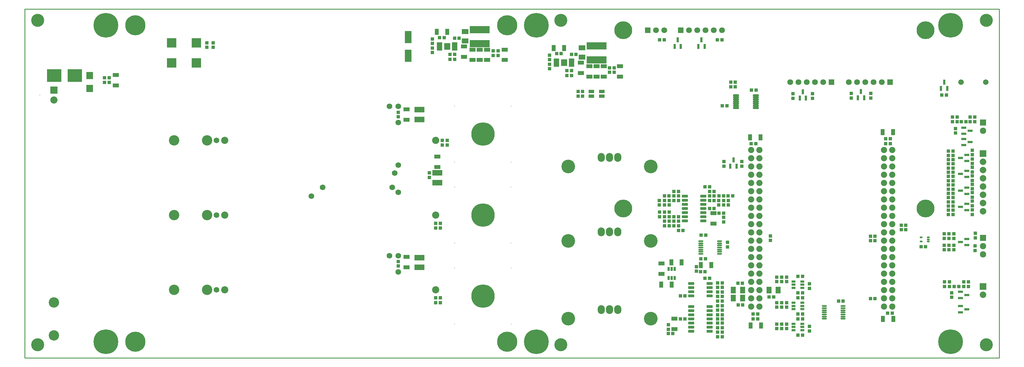
<source format=gts>
G04 Layer_Color=8388736*
%FSLAX43Y43*%
%MOMM*%
G71*
G01*
G75*
%ADD42C,0.254*%
%ADD86R,2.903X2.903*%
%ADD87O,0.950X0.550*%
%ADD88O,1.550X0.500*%
%ADD89R,6.203X2.203*%
%ADD90R,0.803X1.203*%
%ADD91R,1.553X0.803*%
%ADD92R,2.003X1.543*%
%ADD93R,2.003X2.203*%
%ADD94R,1.103X1.003*%
G04:AMPARAMS|DCode=95|XSize=0.653mm|YSize=1.803mm|CornerRadius=0.151mm|HoleSize=0mm|Usage=FLASHONLY|Rotation=90.000|XOffset=0mm|YOffset=0mm|HoleType=Round|Shape=RoundedRectangle|*
%AMROUNDEDRECTD95*
21,1,0.653,1.501,0,0,90.0*
21,1,0.351,1.803,0,0,90.0*
1,1,0.302,0.750,0.175*
1,1,0.302,0.750,-0.175*
1,1,0.302,-0.750,-0.175*
1,1,0.302,-0.750,0.175*
%
%ADD95ROUNDEDRECTD95*%
%ADD96R,4.443X4.013*%
%ADD97R,1.003X1.103*%
%ADD98R,2.003X3.753*%
%ADD99C,4.000*%
G04:AMPARAMS|DCode=100|XSize=0.853mm|YSize=1.853mm|CornerRadius=0.15mm|HoleSize=0mm|Usage=FLASHONLY|Rotation=90.000|XOffset=0mm|YOffset=0mm|HoleType=Round|Shape=RoundedRectangle|*
%AMROUNDEDRECTD100*
21,1,0.853,1.552,0,0,90.0*
21,1,0.552,1.853,0,0,90.0*
1,1,0.301,0.776,0.276*
1,1,0.301,0.776,-0.276*
1,1,0.301,-0.776,-0.276*
1,1,0.301,-0.776,0.276*
%
%ADD100ROUNDEDRECTD100*%
%ADD101R,3.103X1.703*%
%ADD102R,1.203X1.903*%
%ADD103R,1.803X1.003*%
%ADD104R,1.903X1.203*%
G04:AMPARAMS|DCode=105|XSize=0.503mm|YSize=1.753mm|CornerRadius=0.151mm|HoleSize=0mm|Usage=FLASHONLY|Rotation=90.000|XOffset=0mm|YOffset=0mm|HoleType=Round|Shape=RoundedRectangle|*
%AMROUNDEDRECTD105*
21,1,0.503,1.451,0,0,90.0*
21,1,0.201,1.753,0,0,90.0*
1,1,0.302,0.726,0.101*
1,1,0.302,0.726,-0.101*
1,1,0.302,-0.726,-0.101*
1,1,0.302,-0.726,0.101*
%
%ADD105ROUNDEDRECTD105*%
G04:AMPARAMS|DCode=106|XSize=1.933mm|YSize=2.103mm|CornerRadius=0.153mm|HoleSize=0mm|Usage=FLASHONLY|Rotation=0.000|XOffset=0mm|YOffset=0mm|HoleType=Round|Shape=RoundedRectangle|*
%AMROUNDEDRECTD106*
21,1,1.933,1.796,0,0,0.0*
21,1,1.626,2.103,0,0,0.0*
1,1,0.307,0.813,-0.898*
1,1,0.307,-0.813,-0.898*
1,1,0.307,-0.813,0.898*
1,1,0.307,0.813,0.898*
%
%ADD106ROUNDEDRECTD106*%
%ADD107R,1.543X2.003*%
%ADD108R,0.803X1.553*%
%ADD109R,1.203X0.803*%
%ADD110O,2.203X2.703*%
%ADD111C,0.203*%
%ADD112C,7.203*%
%ADD113C,1.727*%
%ADD114C,2.203*%
%ADD115C,3.203*%
%ADD116C,1.803*%
%ADD117R,1.803X1.803*%
%ADD118C,1.703*%
%ADD119C,7.603*%
%ADD120C,6.203*%
%ADD121C,5.503*%
%ADD122C,1.903*%
%ADD123R,1.953X1.953*%
%ADD124C,1.953*%
%ADD125C,4.203*%
%ADD126R,0.203X0.203*%
%ADD127R,2.203X2.203*%
%ADD128C,2.003*%
%ADD129R,2.003X2.003*%
%ADD130C,0.803*%
D42*
X0Y0D02*
X300000D01*
Y107500D01*
X0D02*
X300000D01*
X0Y0D02*
Y107500D01*
D86*
X45190Y97110D02*
D03*
X52810D02*
D03*
Y90890D02*
D03*
X45190D02*
D03*
D87*
X278100Y35850D02*
D03*
Y36500D02*
D03*
X275900Y35850D02*
D03*
Y37150D02*
D03*
X278100D02*
D03*
D88*
X208125Y35950D02*
D03*
Y35300D02*
D03*
Y34650D02*
D03*
Y34000D02*
D03*
Y33350D02*
D03*
Y32700D02*
D03*
Y32050D02*
D03*
X213875Y35950D02*
D03*
Y35300D02*
D03*
Y34650D02*
D03*
Y34000D02*
D03*
Y33350D02*
D03*
Y32700D02*
D03*
Y32050D02*
D03*
X251875Y12050D02*
D03*
Y12700D02*
D03*
Y13350D02*
D03*
Y14000D02*
D03*
Y14650D02*
D03*
Y15300D02*
D03*
Y15950D02*
D03*
X246125Y12050D02*
D03*
Y12700D02*
D03*
Y13350D02*
D03*
Y14000D02*
D03*
Y14650D02*
D03*
Y15300D02*
D03*
Y15950D02*
D03*
D89*
X176000Y96150D02*
D03*
Y91850D02*
D03*
X140000Y101150D02*
D03*
Y96850D02*
D03*
D90*
X198150Y27375D02*
D03*
X199100D02*
D03*
X200050D02*
D03*
Y24625D02*
D03*
X199100D02*
D03*
X198150D02*
D03*
D91*
X288025Y20350D02*
D03*
Y18450D02*
D03*
X289975Y19400D02*
D03*
X288025Y61600D02*
D03*
X289975Y62550D02*
D03*
Y60650D02*
D03*
X288025Y56700D02*
D03*
X289975Y57650D02*
D03*
Y55750D02*
D03*
X288025Y51500D02*
D03*
X289975Y52450D02*
D03*
Y50550D02*
D03*
X288025Y46500D02*
D03*
X289975Y47450D02*
D03*
Y45550D02*
D03*
X289975Y34750D02*
D03*
Y36650D02*
D03*
X288025Y35700D02*
D03*
X289025Y70950D02*
D03*
Y69050D02*
D03*
X290975Y70000D02*
D03*
X289025Y67450D02*
D03*
Y65550D02*
D03*
X290975Y66500D02*
D03*
X288025Y15950D02*
D03*
Y14050D02*
D03*
X289975Y15000D02*
D03*
D92*
X171500Y92670D02*
D03*
Y95530D02*
D03*
X135500Y100530D02*
D03*
Y97670D02*
D03*
D93*
X20000Y87000D02*
D03*
Y83000D02*
D03*
D94*
X241500Y9700D02*
D03*
Y8300D02*
D03*
X291700Y62600D02*
D03*
Y64000D02*
D03*
X229500Y37600D02*
D03*
Y36200D02*
D03*
X233000Y9000D02*
D03*
Y10400D02*
D03*
X231500D02*
D03*
Y9000D02*
D03*
X233000Y15600D02*
D03*
Y17000D02*
D03*
X231500D02*
D03*
Y15600D02*
D03*
X234500Y9000D02*
D03*
Y10400D02*
D03*
Y15600D02*
D03*
Y17000D02*
D03*
X233000Y24900D02*
D03*
Y23500D02*
D03*
X231500D02*
D03*
Y24900D02*
D03*
X286000Y33300D02*
D03*
Y34700D02*
D03*
Y38200D02*
D03*
Y36800D02*
D03*
X216600Y47100D02*
D03*
Y48500D02*
D03*
X195400Y44900D02*
D03*
Y43500D02*
D03*
X254400Y81500D02*
D03*
Y80100D02*
D03*
X260400Y81500D02*
D03*
Y80100D02*
D03*
X125500Y98300D02*
D03*
Y96900D02*
D03*
X161500Y93300D02*
D03*
Y91900D02*
D03*
X128500Y65600D02*
D03*
Y67000D02*
D03*
X215100Y48500D02*
D03*
Y47100D02*
D03*
X196900Y48500D02*
D03*
Y47100D02*
D03*
X195300D02*
D03*
Y48500D02*
D03*
X196900Y43500D02*
D03*
Y44900D02*
D03*
Y40700D02*
D03*
Y42100D02*
D03*
X206700Y28100D02*
D03*
Y26700D02*
D03*
X125500Y95500D02*
D03*
Y94100D02*
D03*
X144200Y94600D02*
D03*
Y93200D02*
D03*
X161500Y89100D02*
D03*
Y90500D02*
D03*
X180000Y88000D02*
D03*
Y89400D02*
D03*
X58000Y95700D02*
D03*
Y97100D02*
D03*
X26000Y84900D02*
D03*
Y86300D02*
D03*
X220730Y60470D02*
D03*
Y59070D02*
D03*
X215230Y60470D02*
D03*
Y59070D02*
D03*
X215100Y41900D02*
D03*
Y43300D02*
D03*
X115000Y75700D02*
D03*
Y74300D02*
D03*
X213600Y48500D02*
D03*
Y47100D02*
D03*
X124500Y55600D02*
D03*
Y57000D02*
D03*
X198400Y48500D02*
D03*
Y47100D02*
D03*
X115000Y29700D02*
D03*
Y28300D02*
D03*
X198400Y43500D02*
D03*
Y44900D02*
D03*
Y40700D02*
D03*
Y42100D02*
D03*
X198100Y10200D02*
D03*
Y8800D02*
D03*
X291000Y72800D02*
D03*
Y74200D02*
D03*
X285600Y72800D02*
D03*
Y74200D02*
D03*
X284500Y38200D02*
D03*
Y36800D02*
D03*
Y33300D02*
D03*
Y34700D02*
D03*
X283000Y38200D02*
D03*
Y36800D02*
D03*
Y34700D02*
D03*
Y33300D02*
D03*
X286500Y70700D02*
D03*
Y69300D02*
D03*
X216300Y35600D02*
D03*
Y34200D02*
D03*
X236500Y80000D02*
D03*
Y81400D02*
D03*
X285296Y20044D02*
D03*
Y18644D02*
D03*
X234500Y23500D02*
D03*
Y24900D02*
D03*
X130000Y67000D02*
D03*
Y65600D02*
D03*
X24500Y86300D02*
D03*
Y84900D02*
D03*
X56000Y97100D02*
D03*
Y95700D02*
D03*
X181400Y89400D02*
D03*
Y88000D02*
D03*
X145700Y94600D02*
D03*
Y93200D02*
D03*
X287000Y72800D02*
D03*
Y74200D02*
D03*
X292400Y72800D02*
D03*
Y74200D02*
D03*
X292600Y37000D02*
D03*
Y38400D02*
D03*
X292500Y34500D02*
D03*
Y33100D02*
D03*
X283100Y22000D02*
D03*
Y23400D02*
D03*
X284600Y22000D02*
D03*
Y23400D02*
D03*
X289000Y22000D02*
D03*
Y23400D02*
D03*
X290500Y22000D02*
D03*
Y23400D02*
D03*
X291700Y45600D02*
D03*
Y44200D02*
D03*
Y46900D02*
D03*
Y48300D02*
D03*
Y50900D02*
D03*
Y49500D02*
D03*
Y52100D02*
D03*
Y53500D02*
D03*
Y56100D02*
D03*
Y54700D02*
D03*
Y57300D02*
D03*
Y58700D02*
D03*
Y61300D02*
D03*
Y59900D02*
D03*
X242500Y80000D02*
D03*
Y81400D02*
D03*
X241500Y22800D02*
D03*
Y21400D02*
D03*
D95*
X225050Y77050D02*
D03*
Y77700D02*
D03*
Y78350D02*
D03*
Y79000D02*
D03*
Y79650D02*
D03*
Y80300D02*
D03*
Y80950D02*
D03*
X218950Y77050D02*
D03*
Y77700D02*
D03*
Y78350D02*
D03*
Y79000D02*
D03*
Y79650D02*
D03*
Y80300D02*
D03*
Y80950D02*
D03*
D96*
X9015Y87000D02*
D03*
X15385D02*
D03*
D97*
X286100Y22000D02*
D03*
X287500D02*
D03*
X238000Y7000D02*
D03*
X239400D02*
D03*
X238000Y13500D02*
D03*
X239400D02*
D03*
X238000Y20000D02*
D03*
X239400D02*
D03*
X260300Y36100D02*
D03*
X261700D02*
D03*
X271200Y39500D02*
D03*
X269800D02*
D03*
X261700Y37500D02*
D03*
X260300D02*
D03*
X269800Y40900D02*
D03*
X271200D02*
D03*
X218700Y85000D02*
D03*
X217300D02*
D03*
X218700Y83500D02*
D03*
X217300D02*
D03*
X216100Y77700D02*
D03*
X214700D02*
D03*
X170300Y80700D02*
D03*
X171700D02*
D03*
X170300Y82100D02*
D03*
X171700D02*
D03*
X250500Y17500D02*
D03*
X251900D02*
D03*
X238000Y18500D02*
D03*
X239400D02*
D03*
X210800Y52700D02*
D03*
X209400D02*
D03*
X201200Y39300D02*
D03*
X202600D02*
D03*
X209400Y24500D02*
D03*
X210800D02*
D03*
X285700Y52000D02*
D03*
X284300D02*
D03*
X285700Y50700D02*
D03*
X284300D02*
D03*
X285700Y46800D02*
D03*
X284300D02*
D03*
X285700Y45500D02*
D03*
X284300D02*
D03*
X130900Y93500D02*
D03*
X132300D02*
D03*
Y92000D02*
D03*
X130900D02*
D03*
X166900Y88500D02*
D03*
X168300D02*
D03*
Y87000D02*
D03*
X166900D02*
D03*
X212200Y48500D02*
D03*
X210800D02*
D03*
Y49900D02*
D03*
X212200D02*
D03*
X217900D02*
D03*
X216500D02*
D03*
X127900Y41500D02*
D03*
X126500D02*
D03*
X199800Y48500D02*
D03*
X201200D02*
D03*
Y49900D02*
D03*
X199800D02*
D03*
X127900Y18500D02*
D03*
X126500D02*
D03*
X199800Y43500D02*
D03*
X201200D02*
D03*
Y42100D02*
D03*
X199800D02*
D03*
X214700Y9300D02*
D03*
X213300D02*
D03*
X213300Y6500D02*
D03*
X214700D02*
D03*
X214700Y20300D02*
D03*
X213300D02*
D03*
Y23100D02*
D03*
X214700D02*
D03*
X214700Y14700D02*
D03*
X213300D02*
D03*
Y17500D02*
D03*
X214700D02*
D03*
X213700Y44600D02*
D03*
X215100D02*
D03*
X199500Y7500D02*
D03*
X198100D02*
D03*
X223700Y82500D02*
D03*
X225100D02*
D03*
X196800Y98000D02*
D03*
X195400D02*
D03*
X127700Y98700D02*
D03*
X129100D02*
D03*
X133700Y98500D02*
D03*
X132300D02*
D03*
X165100Y93800D02*
D03*
X163700D02*
D03*
X169700Y93500D02*
D03*
X168300D02*
D03*
X238000Y25100D02*
D03*
X239400D02*
D03*
X266400Y67500D02*
D03*
X265000D02*
D03*
X224200Y12000D02*
D03*
X225600D02*
D03*
X212200Y46000D02*
D03*
X210800D02*
D03*
X209500Y30500D02*
D03*
X208100D02*
D03*
X209400Y26600D02*
D03*
X208000D02*
D03*
X213700Y49900D02*
D03*
X215100D02*
D03*
X198300D02*
D03*
X196900D02*
D03*
X209600Y37800D02*
D03*
X208200D02*
D03*
X201800Y12000D02*
D03*
X203200D02*
D03*
X214700Y10700D02*
D03*
X213300D02*
D03*
Y7900D02*
D03*
X214700D02*
D03*
X214700Y18900D02*
D03*
X213300D02*
D03*
Y21700D02*
D03*
X214700D02*
D03*
X214700Y13300D02*
D03*
X213300D02*
D03*
Y16100D02*
D03*
X214700D02*
D03*
X284300Y55900D02*
D03*
X285700D02*
D03*
X284300Y57200D02*
D03*
X285700D02*
D03*
X284300Y61100D02*
D03*
X285700D02*
D03*
X284300Y62400D02*
D03*
X285700D02*
D03*
Y63700D02*
D03*
X284300D02*
D03*
X285700Y59800D02*
D03*
X284300D02*
D03*
X285700Y58500D02*
D03*
X284300D02*
D03*
X285700Y54600D02*
D03*
X284300D02*
D03*
X285700Y53300D02*
D03*
X284300D02*
D03*
X285700Y49400D02*
D03*
X284300D02*
D03*
X285700Y48100D02*
D03*
X284300D02*
D03*
X285700Y44200D02*
D03*
X284300D02*
D03*
X289700Y72800D02*
D03*
X288300D02*
D03*
X229100Y18800D02*
D03*
X230500D02*
D03*
X220900Y23000D02*
D03*
X219500D02*
D03*
X221000Y16300D02*
D03*
X219600D02*
D03*
X260300Y18300D02*
D03*
X261700D02*
D03*
X214600Y98000D02*
D03*
X213200D02*
D03*
X239400Y12000D02*
D03*
X238000D02*
D03*
X203200Y19100D02*
D03*
X201800D02*
D03*
X213300Y12000D02*
D03*
X214700D02*
D03*
X199800Y40700D02*
D03*
X201200D02*
D03*
X126500Y17000D02*
D03*
X127900D02*
D03*
X199800Y51300D02*
D03*
X201200D02*
D03*
X126500Y40000D02*
D03*
X127900D02*
D03*
X212200Y51300D02*
D03*
X210800D02*
D03*
X225600Y13500D02*
D03*
X224200D02*
D03*
X265000Y66000D02*
D03*
X266400D02*
D03*
X223600D02*
D03*
X225000D02*
D03*
X267000Y13800D02*
D03*
X265600D02*
D03*
X275900Y34300D02*
D03*
X277300D02*
D03*
X282300Y81000D02*
D03*
X283700D02*
D03*
D98*
X118000Y98875D02*
D03*
Y93125D02*
D03*
D99*
X4000Y4000D02*
D03*
X296000D02*
D03*
Y104000D02*
D03*
X4000D02*
D03*
X165000Y4000D02*
D03*
Y104000D02*
D03*
D100*
X205175Y15810D02*
D03*
Y14540D02*
D03*
Y13270D02*
D03*
Y12000D02*
D03*
Y10730D02*
D03*
Y9460D02*
D03*
Y8190D02*
D03*
X210825Y15810D02*
D03*
Y14540D02*
D03*
Y13270D02*
D03*
Y12000D02*
D03*
Y10730D02*
D03*
Y9460D02*
D03*
Y8190D02*
D03*
X205175Y22905D02*
D03*
Y21635D02*
D03*
Y20365D02*
D03*
Y19095D02*
D03*
X210825Y22905D02*
D03*
Y21635D02*
D03*
Y20365D02*
D03*
Y19095D02*
D03*
X208825Y42190D02*
D03*
Y43460D02*
D03*
Y44730D02*
D03*
Y46000D02*
D03*
Y47270D02*
D03*
Y48540D02*
D03*
Y49810D02*
D03*
X203175Y42190D02*
D03*
Y43460D02*
D03*
Y44730D02*
D03*
Y46000D02*
D03*
Y47270D02*
D03*
Y48540D02*
D03*
Y49810D02*
D03*
D101*
X121500Y73500D02*
D03*
Y76500D02*
D03*
Y27900D02*
D03*
Y30900D02*
D03*
X127000Y54000D02*
D03*
Y57000D02*
D03*
D102*
X195900Y22600D02*
D03*
X199100D02*
D03*
X126800Y100500D02*
D03*
X130000D02*
D03*
X162800Y95500D02*
D03*
X166000D02*
D03*
X223230Y67970D02*
D03*
X226430D02*
D03*
X267330Y11970D02*
D03*
X264130D02*
D03*
X264100Y69600D02*
D03*
X267300D02*
D03*
X226600Y10000D02*
D03*
X223400D02*
D03*
X208100Y28600D02*
D03*
X211300D02*
D03*
X202200Y29400D02*
D03*
X199000D02*
D03*
D103*
X177600Y82100D02*
D03*
X174400D02*
D03*
X177600Y80700D02*
D03*
X174400D02*
D03*
D104*
X171200Y91000D02*
D03*
Y87800D02*
D03*
X147700Y95000D02*
D03*
Y91800D02*
D03*
X142300Y95000D02*
D03*
Y91800D02*
D03*
X183200Y86700D02*
D03*
Y89900D02*
D03*
X135200Y96000D02*
D03*
Y92800D02*
D03*
X140000Y95000D02*
D03*
Y91800D02*
D03*
X137800Y95000D02*
D03*
Y91800D02*
D03*
X178200Y89900D02*
D03*
Y86700D02*
D03*
X176000Y89900D02*
D03*
Y86700D02*
D03*
X173800Y89900D02*
D03*
Y86700D02*
D03*
X28000Y87200D02*
D03*
Y84000D02*
D03*
X212000Y44600D02*
D03*
Y41400D02*
D03*
X117500Y73400D02*
D03*
Y76600D02*
D03*
X127000Y58800D02*
D03*
Y62000D02*
D03*
X117500Y27900D02*
D03*
Y31100D02*
D03*
X200000Y8900D02*
D03*
Y12100D02*
D03*
X196000Y25900D02*
D03*
Y29100D02*
D03*
D105*
X168325Y92000D02*
D03*
X163675D02*
D03*
Y91500D02*
D03*
Y91000D02*
D03*
Y90500D02*
D03*
Y90000D02*
D03*
X168325Y91500D02*
D03*
Y91000D02*
D03*
Y90500D02*
D03*
Y90000D02*
D03*
X132325Y95000D02*
D03*
Y95500D02*
D03*
Y96000D02*
D03*
Y96500D02*
D03*
X127675Y95000D02*
D03*
Y95500D02*
D03*
Y96000D02*
D03*
Y96500D02*
D03*
Y97000D02*
D03*
X132325D02*
D03*
D106*
X166000Y91000D02*
D03*
X130000Y96000D02*
D03*
D107*
X218070Y18400D02*
D03*
X220930D02*
D03*
Y20900D02*
D03*
X218070D02*
D03*
X231930D02*
D03*
X229070D02*
D03*
D108*
X218130Y61045D02*
D03*
X219080Y59095D02*
D03*
X217180D02*
D03*
X208300Y97975D02*
D03*
X209250Y96025D02*
D03*
X207350D02*
D03*
X201000Y97975D02*
D03*
X201950Y96025D02*
D03*
X200050D02*
D03*
X257400Y82075D02*
D03*
X258350Y80125D02*
D03*
X256450D02*
D03*
X282050Y83025D02*
D03*
X283950D02*
D03*
X283000Y84975D02*
D03*
X238550Y80025D02*
D03*
X240450D02*
D03*
X239500Y81975D02*
D03*
D109*
X236626Y23500D02*
D03*
Y22550D02*
D03*
Y21600D02*
D03*
X239376D02*
D03*
Y22550D02*
D03*
Y23500D02*
D03*
X236625Y16950D02*
D03*
Y16000D02*
D03*
Y15050D02*
D03*
X239375D02*
D03*
Y16000D02*
D03*
Y16950D02*
D03*
X236625Y10450D02*
D03*
Y9500D02*
D03*
Y8550D02*
D03*
X239375D02*
D03*
Y9500D02*
D03*
Y10450D02*
D03*
D110*
X182550Y14900D02*
D03*
X180000D02*
D03*
X177450D02*
D03*
X182550Y61800D02*
D03*
X180000D02*
D03*
X177450D02*
D03*
Y38800D02*
D03*
X180000D02*
D03*
X182550D02*
D03*
D111*
X132350Y52650D02*
D03*
X149650Y35350D02*
D03*
Y52650D02*
D03*
X132350Y35350D02*
D03*
Y10350D02*
D03*
X149650Y27650D02*
D03*
Y10350D02*
D03*
X132350Y27650D02*
D03*
Y60350D02*
D03*
X149650Y77650D02*
D03*
Y60350D02*
D03*
X132350Y77650D02*
D03*
D112*
X141000Y44000D02*
D03*
Y19000D02*
D03*
Y69000D02*
D03*
D113*
X112250Y31500D02*
D03*
X115000Y26500D02*
D03*
Y31500D02*
D03*
X59000Y21000D02*
D03*
X91680Y52570D02*
D03*
X115000Y59380D02*
D03*
X113120Y52570D02*
D03*
X113880Y56970D02*
D03*
X115000Y51000D02*
D03*
X88200Y49800D02*
D03*
X59000Y44000D02*
D03*
X59000Y67000D02*
D03*
X115000Y77500D02*
D03*
Y72500D02*
D03*
X112250Y77500D02*
D03*
D114*
X61500Y21000D02*
D03*
X126500D02*
D03*
X9000Y79500D02*
D03*
X61500Y67000D02*
D03*
X126500D02*
D03*
X61500Y44000D02*
D03*
X126500D02*
D03*
D115*
X45920Y21000D02*
D03*
X56080D02*
D03*
X9000Y6920D02*
D03*
Y17080D02*
D03*
X45920Y67000D02*
D03*
X56080D02*
D03*
X45920Y44000D02*
D03*
X56080D02*
D03*
D116*
X212070Y101000D02*
D03*
X206990D02*
D03*
X204450D02*
D03*
X209530D02*
D03*
X214610D02*
D03*
X194290D02*
D03*
X196830D02*
D03*
X238190Y85000D02*
D03*
X243270D02*
D03*
X245810D02*
D03*
X240730D02*
D03*
X235650D02*
D03*
X253650D02*
D03*
X258730D02*
D03*
X263810D02*
D03*
X261270D02*
D03*
X256190D02*
D03*
D117*
X201910Y101000D02*
D03*
X191750D02*
D03*
X248350Y85000D02*
D03*
X266350D02*
D03*
D118*
X288200D02*
D03*
X295800D02*
D03*
D119*
X25000Y5000D02*
D03*
Y102500D02*
D03*
X157500D02*
D03*
X285000D02*
D03*
Y5000D02*
D03*
X157500Y5000D02*
D03*
D120*
X148500D02*
D03*
X34000Y102500D02*
D03*
X148500D02*
D03*
X34000Y5000D02*
D03*
D121*
X184250Y46000D02*
D03*
Y101000D02*
D03*
X277250D02*
D03*
X277250Y46000D02*
D03*
D122*
X223560Y64100D02*
D03*
Y61560D02*
D03*
Y59020D02*
D03*
Y56480D02*
D03*
Y53940D02*
D03*
Y51400D02*
D03*
Y48860D02*
D03*
Y46320D02*
D03*
Y43780D02*
D03*
Y41240D02*
D03*
Y38700D02*
D03*
Y36160D02*
D03*
Y33620D02*
D03*
Y31080D02*
D03*
Y28540D02*
D03*
Y26000D02*
D03*
Y23460D02*
D03*
Y20920D02*
D03*
Y18380D02*
D03*
Y15840D02*
D03*
X226100Y64100D02*
D03*
Y61560D02*
D03*
Y59020D02*
D03*
Y56480D02*
D03*
Y53940D02*
D03*
Y51400D02*
D03*
Y48860D02*
D03*
Y46320D02*
D03*
Y43780D02*
D03*
Y41240D02*
D03*
Y38700D02*
D03*
Y36160D02*
D03*
Y33620D02*
D03*
Y31080D02*
D03*
Y28540D02*
D03*
Y26000D02*
D03*
Y23460D02*
D03*
Y20920D02*
D03*
Y18380D02*
D03*
Y15840D02*
D03*
X267000D02*
D03*
Y18380D02*
D03*
Y20920D02*
D03*
Y23460D02*
D03*
Y26000D02*
D03*
Y28540D02*
D03*
Y31080D02*
D03*
Y33620D02*
D03*
Y36160D02*
D03*
Y38700D02*
D03*
Y41240D02*
D03*
Y43780D02*
D03*
Y46320D02*
D03*
Y48860D02*
D03*
Y51400D02*
D03*
Y53940D02*
D03*
Y56480D02*
D03*
Y59020D02*
D03*
Y61560D02*
D03*
Y64100D02*
D03*
X264460Y15840D02*
D03*
Y18380D02*
D03*
Y20920D02*
D03*
Y23460D02*
D03*
Y26000D02*
D03*
Y28540D02*
D03*
Y31080D02*
D03*
Y33620D02*
D03*
Y36160D02*
D03*
Y38700D02*
D03*
Y41240D02*
D03*
Y43780D02*
D03*
Y46320D02*
D03*
Y48860D02*
D03*
Y51400D02*
D03*
Y53940D02*
D03*
Y56480D02*
D03*
Y59020D02*
D03*
Y61560D02*
D03*
Y64100D02*
D03*
D123*
X295000Y37000D02*
D03*
Y72500D02*
D03*
D124*
Y34460D02*
D03*
Y31920D02*
D03*
Y69960D02*
D03*
D125*
X167300Y59000D02*
D03*
X192700D02*
D03*
X167300Y12100D02*
D03*
X192700D02*
D03*
Y36000D02*
D03*
X167300D02*
D03*
D126*
X4680Y81000D02*
D03*
D127*
X9000Y82500D02*
D03*
D128*
X295000Y45220D02*
D03*
Y47760D02*
D03*
Y50300D02*
D03*
Y52840D02*
D03*
Y55380D02*
D03*
Y57920D02*
D03*
Y60460D02*
D03*
X295000Y19460D02*
D03*
D129*
X295000Y63000D02*
D03*
X295000Y22000D02*
D03*
D130*
X166500Y90500D02*
D03*
X165500D02*
D03*
X166500Y91500D02*
D03*
X165500D02*
D03*
X129500Y96500D02*
D03*
X130500D02*
D03*
X129500Y95500D02*
D03*
X130500D02*
D03*
M02*

</source>
